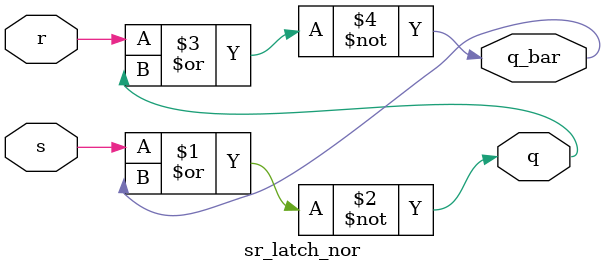
<source format=v>
`timescale 1ns / 1ps


module sr_latch_nor(s,r,q,q_bar);
input s,r;
output q,q_bar;
nor a1(q,s,q_bar);
nor a2(q_bar,r,q);
endmodule

</source>
